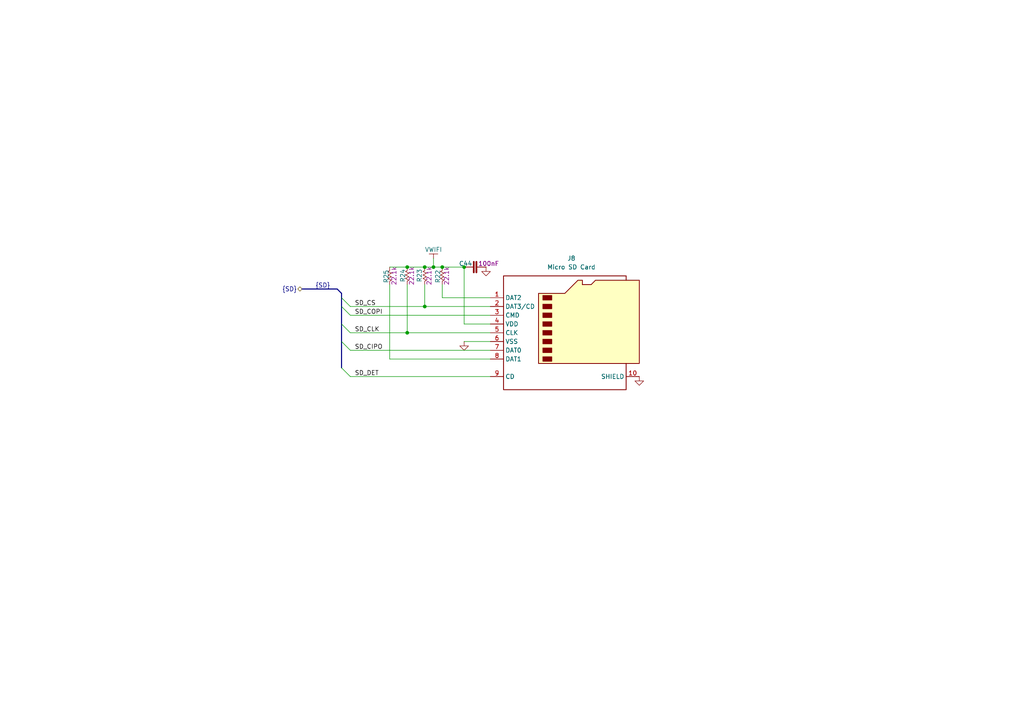
<source format=kicad_sch>
(kicad_sch (version 20231120) (generator "eeschema") (generator_version "8.0")
  (paper "A4")
  (lib_symbols
    (symbol "Galvani:Cap 100nF 0201" (pin_numbers hide) (pin_names (offset 0.254))
      (property "Reference" "C?" (at 1.016 1.524 90))
      (property "Val" "100nF" (at 1.016 -0.254 90))
      (symbol "Cap 100nF 0201_0_1"
        (polyline (pts (xy -1.524 0.254) (xy 1.524 0.254)) (stroke (width 0.508)))
        (polyline (pts (xy -1.524 1.016) (xy 1.524 1.016)) (stroke (width 0.508)))
      )
      (symbol "Cap 100nF 0201_1_1"
        (pin passive line (at 0 3.81 270) (length 2.794) (name "~") (number "1"))
        (pin passive line (at 0 -2.54 90) (length 2.54) (name "~") (number "2"))
      )
    )
    (symbol "Galvani:Micro SD Card"
      (property "Reference" "J8" (at 0.635 21.59 0))
      (property "Value" "Micro SD Card" (at 0.635 19.05 0))
      (symbol "Micro SD Card_0_1"
        (rectangle (start -7.62 -6.985) (end -5.08 -8.255) (stroke (width 0.254)) (fill (type outline)))
        (rectangle (start -7.62 -4.445) (end -5.08 -5.715) (stroke (width 0.254)) (fill (type outline)))
        (rectangle (start -7.62 -1.905) (end -5.08 -3.175) (stroke (width 0.254)) (fill (type outline)))
        (rectangle (start -7.62 0.635) (end -5.08 -0.635) (stroke (width 0.254)) (fill (type outline)))
        (rectangle (start -7.62 3.175) (end -5.08 1.905) (stroke (width 0.254)) (fill (type outline)))
        (rectangle (start -7.62 5.715) (end -5.08 4.445) (stroke (width 0.254)) (fill (type outline)))
        (rectangle (start -7.62 8.255) (end -5.08 6.985) (stroke (width 0.254)) (fill (type outline)))
        (rectangle (start -7.62 10.795) (end -5.08 9.525) (stroke (width 0.254)) (fill (type outline)))
        (polyline (pts (xy 16.51 15.24) (xy 16.51 16.51) (xy -19.05 16.51) (xy -19.05 -16.51) (xy 16.51 -16.51) (xy 16.51 -8.89)) (stroke (width 0.254)))
        (polyline (pts (xy -8.89 -8.89) (xy -8.89 11.43) (xy -1.27 11.43) (xy 2.54 15.24) (xy 3.81 15.24) (xy 3.81 13.97) (xy 6.35 13.97) (xy 7.62 15.24) (xy 20.32 15.24) (xy 20.32 -8.89) (xy -8.89 -8.89)) (stroke (width 0.254)) (fill (type background)))
      )
      (symbol "Micro SD Card_1_1"
        (pin bidirectional line (at -22.86 10.16 0) (length 3.81) (name "DAT2") (number "1"))
        (pin passive line (at 20.32 -12.7 180) (length 3.81) (name "SHIELD") (number "10"))
        (pin passive line (at 20.32 -12.7 180) (length 3.81) hide (name "SHIELD") (number "11"))
        (pin passive line (at 20.32 -12.7 180) (length 3.81) hide (name "SHIELD") (number "12"))
        (pin passive line (at 20.32 -12.7 180) (length 3.81) hide (name "SHIELD") (number "13"))
        (pin bidirectional line (at -22.86 7.62 0) (length 3.81) (name "DAT3/CD") (number "2"))
        (pin input line (at -22.86 5.08 0) (length 3.81) (name "CMD") (number "3"))
        (pin power_in line (at -22.86 2.54 0) (length 3.81) (name "VDD") (number "4"))
        (pin input line (at -22.86 0 0) (length 3.81) (name "CLK") (number "5"))
        (pin power_in line (at -22.86 -2.54 0) (length 3.81) (name "VSS") (number "6"))
        (pin bidirectional line (at -22.86 -5.08 0) (length 3.81) (name "DAT0") (number "7"))
        (pin bidirectional line (at -22.86 -7.62 0) (length 3.81) (name "DAT1") (number "8"))
        (pin passive line (at -22.86 -12.7 0) (length 3.81) (name "CD") (number "9"))
      )
    )
    (symbol "Galvani:R 22.1k 0201" (pin_numbers hide) (pin_names (offset 0))
      (property "Reference" "R?" (at -1.27 0 90))
      (property "Val" "22.1k" (at 1.524 3.048 90))
      (symbol "R 22.1k 0201_1_0"
        (polyline (pts (xy 0 2.54) (xy 0 1.524) (xy 0.508 1.27) (xy -0.508 0.762) (xy 0.508 0.254) (xy -0.508 -0.254) (xy 0.508 -0.762) (xy -0.508 -1.27) (xy 0 -1.524) (xy 0 -2.54)))
        (pin passive line (at 0 -2.54 90) (length 0) (name "1") (number "1"))
        (pin passive line (at 0 2.54 270) (length 0) (name "2") (number "2"))
      )
    )
    (symbol "Galvani:VWIFI" (power) (pin_names (offset 0))
      (property "Value" "VWIFI" (at 0 2.54 0))
      (symbol "VWIFI_0_1"
        (polyline (pts (xy -1.27 1.27) (xy 0 1.27)))
        (polyline (pts (xy 0 0) (xy 0 1.27)))
        (polyline (pts (xy 0 1.27) (xy 1.27 1.27)))
      )
      (symbol "VWIFI_1_1"
        (pin power_in line (at 0 0 90) (length 0) hide (name "VWIFI") (number "1"))
      )
    )
    (symbol "power:GND" (power) (pin_numbers hide) (pin_names (offset 0) hide)
      (property "Value" "GND" (at 0 -3.81 0))
      (symbol "GND_0_1"
        (polyline (pts (xy 0 0) (xy 0 -1.27) (xy 1.27 -1.27) (xy 0 -2.54) (xy -1.27 -1.27) (xy 0 -1.27)))
      )
      (symbol "GND_1_1"
        (pin power_in line (at 0 0 270) (length 0) (name "~") (number "1"))
      )
    )
  )
  (bus_alias "SD" (members "SD_CS" "SD_COPI" "SD_CIPO" "SD_CLK" "SD_DET"))
  (junction (at 123.19 88.9))
  (junction (at 118.11 96.52))
  (junction (at 134.62 77.47))
  (junction (at 123.19 77.47))
  (junction (at 128.27 77.47))
  (junction (at 118.11 77.47))
  (junction (at 125.73 77.47))
  (bus_entry (at 99.06 88.9) (size 2.54 2.54))
  (bus_entry (at 99.06 93.98) (size 2.54 2.54))
  (bus_entry (at 99.06 106.68) (size 2.54 2.54))
  (bus_entry (at 99.06 86.36) (size 2.54 2.54))
  (bus_entry (at 99.06 99.06) (size 2.54 2.54))
  (wire (pts (xy 134.62 77.47) (xy 128.27 77.47)))
  (wire (pts (xy 128.27 86.36) (xy 142.24 86.36)))
  (bus (pts (xy 99.06 99.06) (xy 99.06 93.98)))
  (bus (pts (xy 99.06 99.06) (xy 99.06 106.68)))
  (wire (pts (xy 134.62 93.98) (xy 142.24 93.98)))
  (bus (pts (xy 99.06 93.98) (xy 99.06 88.9)))
  (wire (pts (xy 134.62 93.98) (xy 134.62 77.47)))
  (wire (pts (xy 113.03 104.14) (xy 142.24 104.14)))
  (wire (pts (xy 113.03 104.14) (xy 113.03 82.55)))
  (wire (pts (xy 118.11 77.47) (xy 113.03 77.47)))
  (bus (pts (xy 99.06 86.36) (xy 99.06 85.09)))
  (wire (pts (xy 128.27 77.47) (xy 125.73 77.47)))
  (wire (pts (xy 123.19 88.9) (xy 142.24 88.9)))
  (bus (pts (xy 99.06 88.9) (xy 99.06 86.36)))
  (wire (pts (xy 101.6 96.52) (xy 118.11 96.52)))
  (wire (pts (xy 123.19 77.47) (xy 118.11 77.47)))
  (bus (pts (xy 99.06 85.09) (xy 97.79 83.82)))
  (bus (pts (xy 87.63 83.82) (xy 97.79 83.82)))
  (wire (pts (xy 134.62 99.06) (xy 142.24 99.06)))
  (wire (pts (xy 101.6 91.44) (xy 142.24 91.44)))
  (wire (pts (xy 101.6 109.22) (xy 142.24 109.22)))
  (wire (pts (xy 125.73 74.93) (xy 125.73 77.47)))
  (wire (pts (xy 123.19 88.9) (xy 123.19 82.55)))
  (wire (pts (xy 101.6 88.9) (xy 123.19 88.9)))
  (wire (pts (xy 118.11 96.52) (xy 142.24 96.52)))
  (wire (pts (xy 128.27 86.36) (xy 128.27 82.55)))
  (wire (pts (xy 118.11 96.52) (xy 118.11 82.55)))
  (wire (pts (xy 101.6 101.6) (xy 142.24 101.6)))
  (wire (pts (xy 125.73 77.47) (xy 123.19 77.47)))
  (label "SD_COPI" (at 102.87 91.44 0))
  (label "SD_CLK" (at 102.87 96.52 0))
  (label "SD_CIPO" (at 102.87 101.6 0))
  (label "{SD}" (at 91.44 83.82 0))
  (label "SD_DET" (at 102.87 109.22 0))
  (label "SD_CS" (at 102.87 88.9 0))
  (hierarchical_label "{SD}" (shape bidirectional) (at 87.63 83.82 180))
  (symbol (lib_id "Galvani:R 22.1k 0201") (at 123.19 80.01 0) (mirror x) (unit 1)
    (property "Reference" "R23" (at 121.666 77.978 90) (effects (justify left)))
    (property "Value" "R 22.1k 0201" (effects (hide yes)))
    (property "Footprint" "Galvani:R_0201_0603Metric" (effects (hide yes)))
    (property "Val" "22.1k" (at 124.46 80.01 90))
  )
  (symbol (lib_id "Galvani:R 22.1k 0201") (at 128.27 80.01 0) (mirror x) (unit 1)
    (property "Reference" "R22" (at 127 78.232 90) (effects (justify left)))
    (property "Value" "R 22.1k 0201" (effects (hide yes)))
    (property "Footprint" "Galvani:R_0201_0603Metric" (effects (hide yes)))
    (property "Val" "22.1k" (at 129.54 80.01 90))
  )
  (symbol (lib_id "Galvani:Micro SD Card") (at 165.1 96.52 0) (unit 1)
    (property "Reference" "J8" (at 165.735 74.93 0))
    (property "Value" "Micro SD Card" (at 165.735 77.47 0))
    (property "Footprint" "Galvani:TF-SMD_TF-PUSH" (effects (hide yes)))
    (property "Datasheet" "https://wmsc.lcsc.com/wmsc/upload/file/pdf/v2/lcsc/1912111437_SHOU-HAN-TF-PUSH_C393941.pdf" (effects (hide yes)))
    (property "Description" "Micro SD Card Socket with one card detection pin" (effects (hide yes)))
    (property "Manufacturer" "SHOU HAN" (effects (hide yes)))
    (property "MPN" "TF PUSH" (effects (hide yes)))
    (property "LCSC" "C393941" (effects (hide yes)))
  )
  (symbol (lib_id "power:GND") (at 185.42 109.22 0) (unit 1)
    (property "Reference" "#PWR0108" (effects (hide yes)))
    (property "Value" "GND" (effects (hide yes)))
  )
  (symbol (lib_id "Galvani:VWIFI") (at 125.73 74.93 0) (unit 1)
    (property "Reference" "#PWR0106" (effects (hide yes)))
    (property "Value" "VWIFI" (at 125.73 72.39 0))
  )
  (symbol (lib_id "power:GND") (at 140.97 77.47 0) (unit 1)
    (property "Reference" "#PWR0107" (effects (hide yes)))
    (property "Value" "GND" (effects (hide yes)))
  )
  (symbol (lib_id "Galvani:Cap 100nF 0201") (at 137.16 77.47 270) (unit 1)
    (property "Reference" "C44" (at 133.096 76.454 90) (effects (justify left)))
    (property "Value" "Cap 100nF 0201" (effects (hide yes)))
    (property "Footprint" "Galvani:C_0201_0603Metric" (effects (hide yes)))
    (property "Val" "100nF" (at 138.684 76.454 90) (effects (justify left)))
  )
  (symbol (lib_id "power:GND") (at 134.62 99.06 0) (unit 1)
    (property "Reference" "#PWR0104" (effects (hide yes)))
    (property "Value" "GND" (effects (hide yes)))
  )
  (symbol (lib_id "Galvani:R 22.1k 0201") (at 113.03 80.01 0) (mirror x) (unit 1)
    (property "Reference" "R25" (at 112.014 78.232 90) (effects (justify left)))
    (property "Value" "R 22.1k 0201" (effects (hide yes)))
    (property "Footprint" "Galvani:R_0201_0603Metric" (effects (hide yes)))
    (property "Val" "22.1k" (at 114.3 80.01 90))
  )
  (symbol (lib_id "Galvani:R 22.1k 0201") (at 118.11 80.01 0) (mirror x) (unit 1)
    (property "Reference" "R24" (at 116.84 77.978 90) (effects (justify left)))
    (property "Value" "R 22.1k 0201" (effects (hide yes)))
    (property "Footprint" "Galvani:R_0201_0603Metric" (effects (hide yes)))
    (property "Val" "22.1k" (at 119.38 80.01 90))
  )
)
</source>
